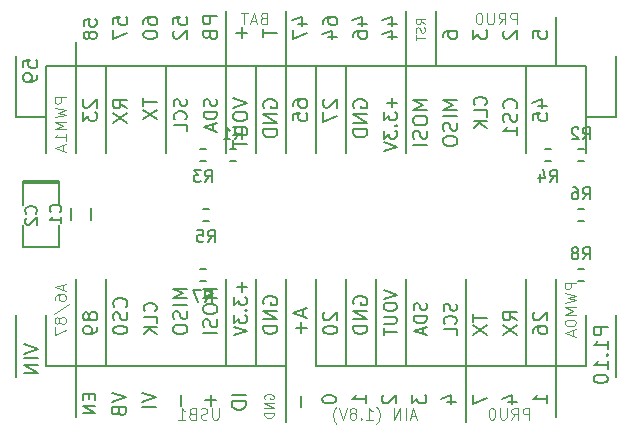
<source format=gbo>
G04 #@! TF.FileFunction,Legend,Bot*
%FSLAX46Y46*%
G04 Gerber Fmt 4.6, Leading zero omitted, Abs format (unit mm)*
G04 Created by KiCad (PCBNEW 4.0.5+dfsg1-4) date Sun Nov 25 11:48:41 2018*
%MOMM*%
%LPD*%
G01*
G04 APERTURE LIST*
%ADD10C,0.100000*%
%ADD11C,0.152400*%
%ADD12C,0.150000*%
%ADD13C,0.137160*%
%ADD14C,0.121920*%
%ADD15C,0.097536*%
G04 APERTURE END LIST*
D10*
D11*
X141485898Y-94983905D02*
X142692398Y-95386071D01*
X141485898Y-95788238D01*
X141485898Y-96420214D02*
X141485898Y-96650024D01*
X141543350Y-96764929D01*
X141658255Y-96879833D01*
X141888064Y-96937286D01*
X142290231Y-96937286D01*
X142520040Y-96879833D01*
X142634945Y-96764929D01*
X142692398Y-96650024D01*
X142692398Y-96420214D01*
X142634945Y-96305310D01*
X142520040Y-96190405D01*
X142290231Y-96132953D01*
X141888064Y-96132953D01*
X141658255Y-96190405D01*
X141543350Y-96305310D01*
X141485898Y-96420214D01*
X141485898Y-97454357D02*
X142462588Y-97454357D01*
X142577493Y-97511809D01*
X142634945Y-97569262D01*
X142692398Y-97684166D01*
X142692398Y-97913976D01*
X142634945Y-98028881D01*
X142577493Y-98086333D01*
X142462588Y-98143785D01*
X141485898Y-98143785D01*
X141485898Y-98545952D02*
X141485898Y-99235380D01*
X142692398Y-98890666D02*
X141485898Y-98890666D01*
X144083350Y-95788238D02*
X144025898Y-95673333D01*
X144025898Y-95500976D01*
X144083350Y-95328619D01*
X144198255Y-95213714D01*
X144313160Y-95156262D01*
X144542969Y-95098810D01*
X144715326Y-95098810D01*
X144945136Y-95156262D01*
X145060040Y-95213714D01*
X145174945Y-95328619D01*
X145232398Y-95500976D01*
X145232398Y-95615881D01*
X145174945Y-95788238D01*
X145117493Y-95845690D01*
X144715326Y-95845690D01*
X144715326Y-95615881D01*
X145232398Y-96362762D02*
X144025898Y-96362762D01*
X145232398Y-97052190D01*
X144025898Y-97052190D01*
X145232398Y-97626714D02*
X144025898Y-97626714D01*
X144025898Y-97913976D01*
X144083350Y-98086333D01*
X144198255Y-98201238D01*
X144313160Y-98258690D01*
X144542969Y-98316142D01*
X144715326Y-98316142D01*
X144945136Y-98258690D01*
X145060040Y-98201238D01*
X145174945Y-98086333D01*
X145232398Y-97913976D01*
X145232398Y-97626714D01*
X160472398Y-95156262D02*
X159265898Y-95156262D01*
X160127683Y-95558429D01*
X159265898Y-95960595D01*
X160472398Y-95960595D01*
X160472398Y-96535119D02*
X159265898Y-96535119D01*
X160414945Y-97052191D02*
X160472398Y-97224548D01*
X160472398Y-97511810D01*
X160414945Y-97626714D01*
X160357493Y-97684167D01*
X160242588Y-97741619D01*
X160127683Y-97741619D01*
X160012779Y-97684167D01*
X159955326Y-97626714D01*
X159897874Y-97511810D01*
X159840421Y-97282000D01*
X159782969Y-97167095D01*
X159725517Y-97109643D01*
X159610612Y-97052191D01*
X159495707Y-97052191D01*
X159380802Y-97109643D01*
X159323350Y-97167095D01*
X159265898Y-97282000D01*
X159265898Y-97569262D01*
X159323350Y-97741619D01*
X159265898Y-98488500D02*
X159265898Y-98718310D01*
X159323350Y-98833215D01*
X159438255Y-98948119D01*
X159668064Y-99005572D01*
X160070231Y-99005572D01*
X160300040Y-98948119D01*
X160414945Y-98833215D01*
X160472398Y-98718310D01*
X160472398Y-98488500D01*
X160414945Y-98373596D01*
X160300040Y-98258691D01*
X160070231Y-98201239D01*
X159668064Y-98201239D01*
X159438255Y-98258691D01*
X159323350Y-98373596D01*
X159265898Y-98488500D01*
D12*
X156129300Y-92303000D02*
X156129300Y-99669000D01*
D13*
X154924161Y-94949136D02*
X154924161Y-95776450D01*
X155337818Y-95362793D02*
X154510504Y-95362793D01*
X154251968Y-96190107D02*
X154251968Y-96862300D01*
X154665625Y-96500350D01*
X154665625Y-96655472D01*
X154717332Y-96758886D01*
X154769039Y-96810593D01*
X154872454Y-96862300D01*
X155130989Y-96862300D01*
X155234404Y-96810593D01*
X155286111Y-96758886D01*
X155337818Y-96655472D01*
X155337818Y-96345229D01*
X155286111Y-96241815D01*
X155234404Y-96190107D01*
X155234404Y-97327665D02*
X155286111Y-97379372D01*
X155337818Y-97327665D01*
X155286111Y-97275958D01*
X155234404Y-97327665D01*
X155337818Y-97327665D01*
X154251968Y-97741321D02*
X154251968Y-98413514D01*
X154665625Y-98051564D01*
X154665625Y-98206686D01*
X154717332Y-98310100D01*
X154769039Y-98361807D01*
X154872454Y-98413514D01*
X155130989Y-98413514D01*
X155234404Y-98361807D01*
X155286111Y-98310100D01*
X155337818Y-98206686D01*
X155337818Y-97896443D01*
X155286111Y-97793029D01*
X155234404Y-97741321D01*
X154251968Y-98723757D02*
X155337818Y-99085707D01*
X154251968Y-99447657D01*
D11*
X165437493Y-95845690D02*
X165494945Y-95788238D01*
X165552398Y-95615881D01*
X165552398Y-95500976D01*
X165494945Y-95328619D01*
X165380040Y-95213714D01*
X165265136Y-95156262D01*
X165035326Y-95098810D01*
X164862969Y-95098810D01*
X164633160Y-95156262D01*
X164518255Y-95213714D01*
X164403350Y-95328619D01*
X164345898Y-95500976D01*
X164345898Y-95615881D01*
X164403350Y-95788238D01*
X164460802Y-95845690D01*
X165494945Y-96305310D02*
X165552398Y-96477667D01*
X165552398Y-96764929D01*
X165494945Y-96879833D01*
X165437493Y-96937286D01*
X165322588Y-96994738D01*
X165207683Y-96994738D01*
X165092779Y-96937286D01*
X165035326Y-96879833D01*
X164977874Y-96764929D01*
X164920421Y-96535119D01*
X164862969Y-96420214D01*
X164805517Y-96362762D01*
X164690612Y-96305310D01*
X164575707Y-96305310D01*
X164460802Y-96362762D01*
X164403350Y-96420214D01*
X164345898Y-96535119D01*
X164345898Y-96822381D01*
X164403350Y-96994738D01*
X165552398Y-98143786D02*
X165552398Y-97454358D01*
X165552398Y-97799072D02*
X164345898Y-97799072D01*
X164518255Y-97684167D01*
X164633160Y-97569262D01*
X164690612Y-97454358D01*
D13*
X162854404Y-95569621D02*
X162906111Y-95517914D01*
X162957818Y-95362793D01*
X162957818Y-95259379D01*
X162906111Y-95104257D01*
X162802696Y-95000843D01*
X162699282Y-94949136D01*
X162492454Y-94897429D01*
X162337332Y-94897429D01*
X162130504Y-94949136D01*
X162027089Y-95000843D01*
X161923675Y-95104257D01*
X161871968Y-95259379D01*
X161871968Y-95362793D01*
X161923675Y-95517914D01*
X161975382Y-95569621D01*
X162957818Y-96552057D02*
X162957818Y-96034986D01*
X161871968Y-96034986D01*
X162957818Y-96914007D02*
X161871968Y-96914007D01*
X162957818Y-97534492D02*
X162337332Y-97069128D01*
X161871968Y-97534492D02*
X162492454Y-96914007D01*
D11*
X133865898Y-94983905D02*
X133865898Y-95673333D01*
X135072398Y-95328619D02*
X133865898Y-95328619D01*
X133865898Y-95960595D02*
X135072398Y-96764928D01*
X133865898Y-96764928D02*
X135072398Y-95960595D01*
D12*
X145969300Y-117703000D02*
X143429300Y-117703000D01*
X143429300Y-117703000D02*
X140889300Y-117703000D01*
X140889300Y-117703000D02*
X130729300Y-117703000D01*
X130729300Y-117703000D02*
X128189300Y-117703000D01*
X148509300Y-117703000D02*
X148509300Y-110337000D01*
X148509300Y-117703000D02*
X151049300Y-117703000D01*
X151049300Y-117703000D02*
X153589300Y-117703000D01*
X153589300Y-117703000D02*
X156129300Y-117703000D01*
X156129300Y-117703000D02*
X161209300Y-117703000D01*
X161209300Y-117703000D02*
X166289300Y-117703000D01*
X166289300Y-117703000D02*
X168829300Y-117703000D01*
X145969300Y-92303000D02*
X143429300Y-92303000D01*
X143429300Y-92303000D02*
X140889300Y-92303000D01*
X140889300Y-92303000D02*
X135809300Y-92303000D01*
X135809300Y-92303000D02*
X130729300Y-92303000D01*
X145969300Y-92303000D02*
X148509300Y-92303000D01*
X148509300Y-92303000D02*
X151049300Y-92303000D01*
X151049300Y-92303000D02*
X153589300Y-92303000D01*
X153589300Y-92303000D02*
X156129300Y-92303000D01*
X156129300Y-92303000D02*
X158669300Y-92303000D01*
X158669300Y-92303000D02*
X166289300Y-92303000D01*
X166289300Y-92303000D02*
X168829300Y-92303000D01*
X128189300Y-117703000D02*
X128189300Y-121995600D01*
X145969300Y-117703000D02*
X145969300Y-122376600D01*
X161209300Y-117703000D02*
X161209300Y-122376600D01*
X168829300Y-117703000D02*
X168829300Y-121995600D01*
X166289300Y-117703000D02*
X166289300Y-110337000D01*
X161209300Y-117703000D02*
X161209300Y-110337000D01*
X156129300Y-117703000D02*
X156129300Y-110337000D01*
X145969300Y-117703000D02*
X145969300Y-110337000D01*
X130729300Y-117703000D02*
X130729300Y-110337000D01*
X130729300Y-92303000D02*
X130729300Y-99669000D01*
X135809300Y-92303000D02*
X135809300Y-99669000D01*
X140889300Y-92303000D02*
X140889300Y-99669000D01*
X145969300Y-92303000D02*
X145969300Y-99669000D01*
X140889300Y-92303000D02*
X140889300Y-87604000D01*
X145969300Y-92303000D02*
X145969300Y-87604000D01*
X168829300Y-92303000D02*
X168829300Y-88112000D01*
X158669300Y-92303000D02*
X158669300Y-87604000D01*
X166289300Y-92303000D02*
X166289300Y-99669000D01*
X151049300Y-117703000D02*
X151049300Y-110337000D01*
X151049300Y-92303000D02*
X151049300Y-99669000D01*
D14*
X156988666Y-121927867D02*
X156529047Y-121927867D01*
X157080590Y-122203638D02*
X156758857Y-121238438D01*
X156437124Y-122203638D01*
X156115390Y-122203638D02*
X156115390Y-121238438D01*
X155655771Y-122203638D02*
X155655771Y-121238438D01*
X155104229Y-122203638D01*
X155104229Y-121238438D01*
X153633448Y-122571333D02*
X153679410Y-122525371D01*
X153771334Y-122387486D01*
X153817296Y-122295562D01*
X153863258Y-122157676D01*
X153909219Y-121927867D01*
X153909219Y-121744019D01*
X153863258Y-121514210D01*
X153817296Y-121376324D01*
X153771334Y-121284400D01*
X153679410Y-121146514D01*
X153633448Y-121100552D01*
X152760172Y-122203638D02*
X153311714Y-122203638D01*
X153035943Y-122203638D02*
X153035943Y-121238438D01*
X153127867Y-121376324D01*
X153219791Y-121468248D01*
X153311714Y-121514210D01*
X152346514Y-122111714D02*
X152300553Y-122157676D01*
X152346514Y-122203638D01*
X152392476Y-122157676D01*
X152346514Y-122111714D01*
X152346514Y-122203638D01*
X151749010Y-121652095D02*
X151840934Y-121606133D01*
X151886895Y-121560171D01*
X151932857Y-121468248D01*
X151932857Y-121422286D01*
X151886895Y-121330362D01*
X151840934Y-121284400D01*
X151749010Y-121238438D01*
X151565162Y-121238438D01*
X151473238Y-121284400D01*
X151427276Y-121330362D01*
X151381315Y-121422286D01*
X151381315Y-121468248D01*
X151427276Y-121560171D01*
X151473238Y-121606133D01*
X151565162Y-121652095D01*
X151749010Y-121652095D01*
X151840934Y-121698057D01*
X151886895Y-121744019D01*
X151932857Y-121835943D01*
X151932857Y-122019790D01*
X151886895Y-122111714D01*
X151840934Y-122157676D01*
X151749010Y-122203638D01*
X151565162Y-122203638D01*
X151473238Y-122157676D01*
X151427276Y-122111714D01*
X151381315Y-122019790D01*
X151381315Y-121835943D01*
X151427276Y-121744019D01*
X151473238Y-121698057D01*
X151565162Y-121652095D01*
X151105543Y-121238438D02*
X150783810Y-122203638D01*
X150462077Y-121238438D01*
X150232267Y-122571333D02*
X150186305Y-122525371D01*
X150094382Y-122387486D01*
X150048420Y-122295562D01*
X150002458Y-122157676D01*
X149956496Y-121927867D01*
X149956496Y-121744019D01*
X150002458Y-121514210D01*
X150048420Y-121376324D01*
X150094382Y-121284400D01*
X150186305Y-121146514D01*
X150232267Y-121100552D01*
D15*
X157735910Y-88711320D02*
X157368215Y-88453933D01*
X157735910Y-88270086D02*
X156963750Y-88270086D01*
X156963750Y-88564242D01*
X157000520Y-88637781D01*
X157037290Y-88674550D01*
X157110829Y-88711320D01*
X157221137Y-88711320D01*
X157294676Y-88674550D01*
X157331446Y-88637781D01*
X157368215Y-88564242D01*
X157368215Y-88270086D01*
X157699141Y-89005476D02*
X157735910Y-89115785D01*
X157735910Y-89299632D01*
X157699141Y-89373171D01*
X157662371Y-89409941D01*
X157588832Y-89446710D01*
X157515293Y-89446710D01*
X157441754Y-89409941D01*
X157404985Y-89373171D01*
X157368215Y-89299632D01*
X157331446Y-89152554D01*
X157294676Y-89079015D01*
X157257907Y-89042246D01*
X157184368Y-89005476D01*
X157110829Y-89005476D01*
X157037290Y-89042246D01*
X157000520Y-89079015D01*
X156963750Y-89152554D01*
X156963750Y-89336402D01*
X157000520Y-89446710D01*
X156963750Y-89667327D02*
X156963750Y-90108561D01*
X157735910Y-89887944D02*
X156963750Y-89887944D01*
D11*
X147394083Y-112890905D02*
X147394083Y-113465428D01*
X147738798Y-112776000D02*
X146532298Y-113178166D01*
X147738798Y-113580333D01*
X147279179Y-113982500D02*
X147279179Y-114901738D01*
X147738798Y-114442119D02*
X146819560Y-114442119D01*
X149220802Y-113120714D02*
X149163350Y-113178166D01*
X149105898Y-113293071D01*
X149105898Y-113580333D01*
X149163350Y-113695237D01*
X149220802Y-113752690D01*
X149335707Y-113810142D01*
X149450612Y-113810142D01*
X149622969Y-113752690D01*
X150312398Y-113063261D01*
X150312398Y-113810142D01*
X149105898Y-114557023D02*
X149105898Y-114671928D01*
X149163350Y-114786833D01*
X149220802Y-114844285D01*
X149335707Y-114901738D01*
X149565517Y-114959190D01*
X149852779Y-114959190D01*
X150082588Y-114901738D01*
X150197493Y-114844285D01*
X150254945Y-114786833D01*
X150312398Y-114671928D01*
X150312398Y-114557023D01*
X150254945Y-114442119D01*
X150197493Y-114384666D01*
X150082588Y-114327214D01*
X149852779Y-114269762D01*
X149565517Y-114269762D01*
X149335707Y-114327214D01*
X149220802Y-114384666D01*
X149163350Y-114442119D01*
X149105898Y-114557023D01*
X151703350Y-112431286D02*
X151645898Y-112316381D01*
X151645898Y-112144024D01*
X151703350Y-111971667D01*
X151818255Y-111856762D01*
X151933160Y-111799310D01*
X152162969Y-111741858D01*
X152335326Y-111741858D01*
X152565136Y-111799310D01*
X152680040Y-111856762D01*
X152794945Y-111971667D01*
X152852398Y-112144024D01*
X152852398Y-112258929D01*
X152794945Y-112431286D01*
X152737493Y-112488738D01*
X152335326Y-112488738D01*
X152335326Y-112258929D01*
X152852398Y-113005810D02*
X151645898Y-113005810D01*
X152852398Y-113695238D01*
X151645898Y-113695238D01*
X152852398Y-114269762D02*
X151645898Y-114269762D01*
X151645898Y-114557024D01*
X151703350Y-114729381D01*
X151818255Y-114844286D01*
X151933160Y-114901738D01*
X152162969Y-114959190D01*
X152335326Y-114959190D01*
X152565136Y-114901738D01*
X152680040Y-114844286D01*
X152794945Y-114729381D01*
X152852398Y-114557024D01*
X152852398Y-114269762D01*
D13*
X154251968Y-111259257D02*
X155337818Y-111621207D01*
X154251968Y-111983157D01*
X154251968Y-112551936D02*
X154251968Y-112758765D01*
X154303675Y-112862179D01*
X154407089Y-112965593D01*
X154613918Y-113017301D01*
X154975868Y-113017301D01*
X155182696Y-112965593D01*
X155286111Y-112862179D01*
X155337818Y-112758765D01*
X155337818Y-112551936D01*
X155286111Y-112448522D01*
X155182696Y-112345108D01*
X154975868Y-112293401D01*
X154613918Y-112293401D01*
X154407089Y-112345108D01*
X154303675Y-112448522D01*
X154251968Y-112551936D01*
X154251968Y-113482665D02*
X155130989Y-113482665D01*
X155234404Y-113534372D01*
X155286111Y-113586079D01*
X155337818Y-113689493D01*
X155337818Y-113896322D01*
X155286111Y-113999736D01*
X155234404Y-114051443D01*
X155130989Y-114103150D01*
X154251968Y-114103150D01*
X154251968Y-114465100D02*
X154251968Y-115085586D01*
X155337818Y-114775343D02*
X154251968Y-114775343D01*
X157826111Y-112345107D02*
X157877818Y-112500228D01*
X157877818Y-112758764D01*
X157826111Y-112862178D01*
X157774404Y-112913885D01*
X157670989Y-112965592D01*
X157567575Y-112965592D01*
X157464161Y-112913885D01*
X157412454Y-112862178D01*
X157360746Y-112758764D01*
X157309039Y-112551935D01*
X157257332Y-112448521D01*
X157205625Y-112396814D01*
X157102211Y-112345107D01*
X156998796Y-112345107D01*
X156895382Y-112396814D01*
X156843675Y-112448521D01*
X156791968Y-112551935D01*
X156791968Y-112810471D01*
X156843675Y-112965592D01*
X157877818Y-113430957D02*
X156791968Y-113430957D01*
X156791968Y-113689492D01*
X156843675Y-113844614D01*
X156947089Y-113948028D01*
X157050504Y-113999735D01*
X157257332Y-114051442D01*
X157412454Y-114051442D01*
X157619282Y-113999735D01*
X157722696Y-113948028D01*
X157826111Y-113844614D01*
X157877818Y-113689492D01*
X157877818Y-113430957D01*
X157567575Y-114465100D02*
X157567575Y-114982171D01*
X157877818Y-114361685D02*
X156791968Y-114723635D01*
X157877818Y-115085585D01*
X160366111Y-112396815D02*
X160417818Y-112551936D01*
X160417818Y-112810472D01*
X160366111Y-112913886D01*
X160314404Y-112965593D01*
X160210989Y-113017300D01*
X160107575Y-113017300D01*
X160004161Y-112965593D01*
X159952454Y-112913886D01*
X159900746Y-112810472D01*
X159849039Y-112603643D01*
X159797332Y-112500229D01*
X159745625Y-112448522D01*
X159642211Y-112396815D01*
X159538796Y-112396815D01*
X159435382Y-112448522D01*
X159383675Y-112500229D01*
X159331968Y-112603643D01*
X159331968Y-112862179D01*
X159383675Y-113017300D01*
X160314404Y-114103150D02*
X160366111Y-114051443D01*
X160417818Y-113896322D01*
X160417818Y-113792908D01*
X160366111Y-113637786D01*
X160262696Y-113534372D01*
X160159282Y-113482665D01*
X159952454Y-113430958D01*
X159797332Y-113430958D01*
X159590504Y-113482665D01*
X159487089Y-113534372D01*
X159383675Y-113637786D01*
X159331968Y-113792908D01*
X159331968Y-113896322D01*
X159383675Y-114051443D01*
X159435382Y-114103150D01*
X160417818Y-115085586D02*
X160417818Y-114568515D01*
X159331968Y-114568515D01*
D11*
X161805898Y-113235619D02*
X161805898Y-113925047D01*
X163012398Y-113580333D02*
X161805898Y-113580333D01*
X161805898Y-114212309D02*
X163012398Y-115016642D01*
X161805898Y-115016642D02*
X163012398Y-114212309D01*
X165552398Y-113810142D02*
X164977874Y-113407976D01*
X165552398Y-113120714D02*
X164345898Y-113120714D01*
X164345898Y-113580333D01*
X164403350Y-113695238D01*
X164460802Y-113752690D01*
X164575707Y-113810142D01*
X164748064Y-113810142D01*
X164862969Y-113752690D01*
X164920421Y-113695238D01*
X164977874Y-113580333D01*
X164977874Y-113120714D01*
X164345898Y-114212309D02*
X165552398Y-115016642D01*
X164345898Y-115016642D02*
X165552398Y-114212309D01*
X167000802Y-113120714D02*
X166943350Y-113178166D01*
X166885898Y-113293071D01*
X166885898Y-113580333D01*
X166943350Y-113695237D01*
X167000802Y-113752690D01*
X167115707Y-113810142D01*
X167230612Y-113810142D01*
X167402969Y-113752690D01*
X168092398Y-113063261D01*
X168092398Y-113810142D01*
X166885898Y-114844285D02*
X166885898Y-114614476D01*
X166943350Y-114499571D01*
X167000802Y-114442119D01*
X167173160Y-114327214D01*
X167402969Y-114269762D01*
X167862588Y-114269762D01*
X167977493Y-114327214D01*
X168034945Y-114384666D01*
X168092398Y-114499571D01*
X168092398Y-114729381D01*
X168034945Y-114844285D01*
X167977493Y-114901738D01*
X167862588Y-114959190D01*
X167575326Y-114959190D01*
X167460421Y-114901738D01*
X167402969Y-114844285D01*
X167345517Y-114729381D01*
X167345517Y-114499571D01*
X167402969Y-114384666D01*
X167460421Y-114327214D01*
X167575326Y-114269762D01*
X144083350Y-112431286D02*
X144025898Y-112316381D01*
X144025898Y-112144024D01*
X144083350Y-111971667D01*
X144198255Y-111856762D01*
X144313160Y-111799310D01*
X144542969Y-111741858D01*
X144715326Y-111741858D01*
X144945136Y-111799310D01*
X145060040Y-111856762D01*
X145174945Y-111971667D01*
X145232398Y-112144024D01*
X145232398Y-112258929D01*
X145174945Y-112431286D01*
X145117493Y-112488738D01*
X144715326Y-112488738D01*
X144715326Y-112258929D01*
X145232398Y-113005810D02*
X144025898Y-113005810D01*
X145232398Y-113695238D01*
X144025898Y-113695238D01*
X145232398Y-114269762D02*
X144025898Y-114269762D01*
X144025898Y-114557024D01*
X144083350Y-114729381D01*
X144198255Y-114844286D01*
X144313160Y-114901738D01*
X144542969Y-114959190D01*
X144715326Y-114959190D01*
X144945136Y-114901738D01*
X145060040Y-114844286D01*
X145174945Y-114729381D01*
X145232398Y-114557024D01*
X145232398Y-114269762D01*
D13*
X142224161Y-110587064D02*
X142224161Y-111414378D01*
X142637818Y-111000721D02*
X141810504Y-111000721D01*
X141551968Y-111828035D02*
X141551968Y-112500228D01*
X141965625Y-112138278D01*
X141965625Y-112293400D01*
X142017332Y-112396814D01*
X142069039Y-112448521D01*
X142172454Y-112500228D01*
X142430989Y-112500228D01*
X142534404Y-112448521D01*
X142586111Y-112396814D01*
X142637818Y-112293400D01*
X142637818Y-111983157D01*
X142586111Y-111879743D01*
X142534404Y-111828035D01*
X142534404Y-112965593D02*
X142586111Y-113017300D01*
X142637818Y-112965593D01*
X142586111Y-112913886D01*
X142534404Y-112965593D01*
X142637818Y-112965593D01*
X141551968Y-113379249D02*
X141551968Y-114051442D01*
X141965625Y-113689492D01*
X141965625Y-113844614D01*
X142017332Y-113948028D01*
X142069039Y-113999735D01*
X142172454Y-114051442D01*
X142430989Y-114051442D01*
X142534404Y-113999735D01*
X142586111Y-113948028D01*
X142637818Y-113844614D01*
X142637818Y-113534371D01*
X142586111Y-113430957D01*
X142534404Y-113379249D01*
X141551968Y-114361685D02*
X142637818Y-114723635D01*
X141551968Y-115085585D01*
D11*
X140152398Y-111109881D02*
X138945898Y-111109881D01*
X139807683Y-111512048D01*
X138945898Y-111914214D01*
X140152398Y-111914214D01*
X138945898Y-112718547D02*
X138945898Y-112948357D01*
X139003350Y-113063262D01*
X139118255Y-113178166D01*
X139348064Y-113235619D01*
X139750231Y-113235619D01*
X139980040Y-113178166D01*
X140094945Y-113063262D01*
X140152398Y-112948357D01*
X140152398Y-112718547D01*
X140094945Y-112603643D01*
X139980040Y-112488738D01*
X139750231Y-112431286D01*
X139348064Y-112431286D01*
X139118255Y-112488738D01*
X139003350Y-112603643D01*
X138945898Y-112718547D01*
X140094945Y-113695238D02*
X140152398Y-113867595D01*
X140152398Y-114154857D01*
X140094945Y-114269761D01*
X140037493Y-114327214D01*
X139922588Y-114384666D01*
X139807683Y-114384666D01*
X139692779Y-114327214D01*
X139635326Y-114269761D01*
X139577874Y-114154857D01*
X139520421Y-113925047D01*
X139462969Y-113810142D01*
X139405517Y-113752690D01*
X139290612Y-113695238D01*
X139175707Y-113695238D01*
X139060802Y-113752690D01*
X139003350Y-113810142D01*
X138945898Y-113925047D01*
X138945898Y-114212309D01*
X139003350Y-114384666D01*
X140152398Y-114901738D02*
X138945898Y-114901738D01*
X137612398Y-111109881D02*
X136405898Y-111109881D01*
X137267683Y-111512048D01*
X136405898Y-111914214D01*
X137612398Y-111914214D01*
X137612398Y-112488738D02*
X136405898Y-112488738D01*
X137554945Y-113005810D02*
X137612398Y-113178167D01*
X137612398Y-113465429D01*
X137554945Y-113580333D01*
X137497493Y-113637786D01*
X137382588Y-113695238D01*
X137267683Y-113695238D01*
X137152779Y-113637786D01*
X137095326Y-113580333D01*
X137037874Y-113465429D01*
X136980421Y-113235619D01*
X136922969Y-113120714D01*
X136865517Y-113063262D01*
X136750612Y-113005810D01*
X136635707Y-113005810D01*
X136520802Y-113063262D01*
X136463350Y-113120714D01*
X136405898Y-113235619D01*
X136405898Y-113522881D01*
X136463350Y-113695238D01*
X136405898Y-114442119D02*
X136405898Y-114671929D01*
X136463350Y-114786834D01*
X136578255Y-114901738D01*
X136808064Y-114959191D01*
X137210231Y-114959191D01*
X137440040Y-114901738D01*
X137554945Y-114786834D01*
X137612398Y-114671929D01*
X137612398Y-114442119D01*
X137554945Y-114327215D01*
X137440040Y-114212310D01*
X137210231Y-114154858D01*
X136808064Y-114154858D01*
X136578255Y-114212310D01*
X136463350Y-114327215D01*
X136405898Y-114442119D01*
D13*
X134914404Y-113017300D02*
X134966111Y-112965593D01*
X135017818Y-112810472D01*
X135017818Y-112707058D01*
X134966111Y-112551936D01*
X134862696Y-112448522D01*
X134759282Y-112396815D01*
X134552454Y-112345108D01*
X134397332Y-112345108D01*
X134190504Y-112396815D01*
X134087089Y-112448522D01*
X133983675Y-112551936D01*
X133931968Y-112707058D01*
X133931968Y-112810472D01*
X133983675Y-112965593D01*
X134035382Y-113017300D01*
X135017818Y-113999736D02*
X135017818Y-113482665D01*
X133931968Y-113482665D01*
X135017818Y-114361686D02*
X133931968Y-114361686D01*
X135017818Y-114982171D02*
X134397332Y-114516807D01*
X133931968Y-114982171D02*
X134552454Y-114361686D01*
D11*
X132417493Y-112661094D02*
X132474945Y-112603642D01*
X132532398Y-112431285D01*
X132532398Y-112316380D01*
X132474945Y-112144023D01*
X132360040Y-112029118D01*
X132245136Y-111971666D01*
X132015326Y-111914214D01*
X131842969Y-111914214D01*
X131613160Y-111971666D01*
X131498255Y-112029118D01*
X131383350Y-112144023D01*
X131325898Y-112316380D01*
X131325898Y-112431285D01*
X131383350Y-112603642D01*
X131440802Y-112661094D01*
X132474945Y-113120714D02*
X132532398Y-113293071D01*
X132532398Y-113580333D01*
X132474945Y-113695237D01*
X132417493Y-113752690D01*
X132302588Y-113810142D01*
X132187683Y-113810142D01*
X132072779Y-113752690D01*
X132015326Y-113695237D01*
X131957874Y-113580333D01*
X131900421Y-113350523D01*
X131842969Y-113235618D01*
X131785517Y-113178166D01*
X131670612Y-113120714D01*
X131555707Y-113120714D01*
X131440802Y-113178166D01*
X131383350Y-113235618D01*
X131325898Y-113350523D01*
X131325898Y-113637785D01*
X131383350Y-113810142D01*
X131325898Y-114557023D02*
X131325898Y-114671928D01*
X131383350Y-114786833D01*
X131440802Y-114844285D01*
X131555707Y-114901738D01*
X131785517Y-114959190D01*
X132072779Y-114959190D01*
X132302588Y-114901738D01*
X132417493Y-114844285D01*
X132474945Y-114786833D01*
X132532398Y-114671928D01*
X132532398Y-114557023D01*
X132474945Y-114442119D01*
X132417493Y-114384666D01*
X132302588Y-114327214D01*
X132072779Y-114269762D01*
X131785517Y-114269762D01*
X131555707Y-114327214D01*
X131440802Y-114384666D01*
X131383350Y-114442119D01*
X131325898Y-114557023D01*
X129302969Y-113350523D02*
X129245517Y-113235618D01*
X129188064Y-113178166D01*
X129073160Y-113120714D01*
X129015707Y-113120714D01*
X128900802Y-113178166D01*
X128843350Y-113235618D01*
X128785898Y-113350523D01*
X128785898Y-113580333D01*
X128843350Y-113695237D01*
X128900802Y-113752690D01*
X129015707Y-113810142D01*
X129073160Y-113810142D01*
X129188064Y-113752690D01*
X129245517Y-113695237D01*
X129302969Y-113580333D01*
X129302969Y-113350523D01*
X129360421Y-113235618D01*
X129417874Y-113178166D01*
X129532779Y-113120714D01*
X129762588Y-113120714D01*
X129877493Y-113178166D01*
X129934945Y-113235618D01*
X129992398Y-113350523D01*
X129992398Y-113580333D01*
X129934945Y-113695237D01*
X129877493Y-113752690D01*
X129762588Y-113810142D01*
X129532779Y-113810142D01*
X129417874Y-113752690D01*
X129360421Y-113695237D01*
X129302969Y-113580333D01*
X129992398Y-114384666D02*
X129992398Y-114614476D01*
X129934945Y-114729381D01*
X129877493Y-114786833D01*
X129705136Y-114901738D01*
X129475326Y-114959190D01*
X129015707Y-114959190D01*
X128900802Y-114901738D01*
X128843350Y-114844285D01*
X128785898Y-114729381D01*
X128785898Y-114499571D01*
X128843350Y-114384666D01*
X128900802Y-114327214D01*
X129015707Y-114269762D01*
X129302969Y-114269762D01*
X129417874Y-114327214D01*
X129475326Y-114384666D01*
X129532779Y-114499571D01*
X129532779Y-114729381D01*
X129475326Y-114844285D01*
X129417874Y-114901738D01*
X129302969Y-114959190D01*
D14*
X127067467Y-110776658D02*
X127067467Y-111236277D01*
X127343238Y-110684734D02*
X126378038Y-111006467D01*
X127343238Y-111328200D01*
X126378038Y-112063591D02*
X126378038Y-111879743D01*
X126424000Y-111787819D01*
X126469962Y-111741857D01*
X126607848Y-111649934D01*
X126791695Y-111603972D01*
X127159390Y-111603972D01*
X127251314Y-111649934D01*
X127297276Y-111695895D01*
X127343238Y-111787819D01*
X127343238Y-111971667D01*
X127297276Y-112063591D01*
X127251314Y-112109553D01*
X127159390Y-112155514D01*
X126929581Y-112155514D01*
X126837657Y-112109553D01*
X126791695Y-112063591D01*
X126745733Y-111971667D01*
X126745733Y-111787819D01*
X126791695Y-111695895D01*
X126837657Y-111649934D01*
X126929581Y-111603972D01*
X126332076Y-113258600D02*
X127573048Y-112431286D01*
X126791695Y-113718219D02*
X126745733Y-113626295D01*
X126699771Y-113580334D01*
X126607848Y-113534372D01*
X126561886Y-113534372D01*
X126469962Y-113580334D01*
X126424000Y-113626295D01*
X126378038Y-113718219D01*
X126378038Y-113902067D01*
X126424000Y-113993991D01*
X126469962Y-114039953D01*
X126561886Y-114085914D01*
X126607848Y-114085914D01*
X126699771Y-114039953D01*
X126745733Y-113993991D01*
X126791695Y-113902067D01*
X126791695Y-113718219D01*
X126837657Y-113626295D01*
X126883619Y-113580334D01*
X126975543Y-113534372D01*
X127159390Y-113534372D01*
X127251314Y-113580334D01*
X127297276Y-113626295D01*
X127343238Y-113718219D01*
X127343238Y-113902067D01*
X127297276Y-113993991D01*
X127251314Y-114039953D01*
X127159390Y-114085914D01*
X126975543Y-114085914D01*
X126883619Y-114039953D01*
X126837657Y-113993991D01*
X126791695Y-113902067D01*
X126378038Y-114407648D02*
X126378038Y-115051114D01*
X127343238Y-114637457D01*
D11*
X154588064Y-88688337D02*
X155392398Y-88688337D01*
X154128445Y-88401075D02*
X154990231Y-88113814D01*
X154990231Y-88860694D01*
X154588064Y-89837385D02*
X155392398Y-89837385D01*
X154128445Y-89550123D02*
X154990231Y-89262862D01*
X154990231Y-90009742D01*
X152048064Y-88688337D02*
X152852398Y-88688337D01*
X151588445Y-88401075D02*
X152450231Y-88113814D01*
X152450231Y-88860694D01*
X151645898Y-89837385D02*
X151645898Y-89607576D01*
X151703350Y-89492671D01*
X151760802Y-89435219D01*
X151933160Y-89320314D01*
X152162969Y-89262862D01*
X152622588Y-89262862D01*
X152737493Y-89320314D01*
X152794945Y-89377766D01*
X152852398Y-89492671D01*
X152852398Y-89722481D01*
X152794945Y-89837385D01*
X152737493Y-89894838D01*
X152622588Y-89952290D01*
X152335326Y-89952290D01*
X152220421Y-89894838D01*
X152162969Y-89837385D01*
X152105517Y-89722481D01*
X152105517Y-89492671D01*
X152162969Y-89377766D01*
X152220421Y-89320314D01*
X152335326Y-89262862D01*
X149105898Y-88688337D02*
X149105898Y-88458528D01*
X149163350Y-88343623D01*
X149220802Y-88286171D01*
X149393160Y-88171266D01*
X149622969Y-88113814D01*
X150082588Y-88113814D01*
X150197493Y-88171266D01*
X150254945Y-88228718D01*
X150312398Y-88343623D01*
X150312398Y-88573433D01*
X150254945Y-88688337D01*
X150197493Y-88745790D01*
X150082588Y-88803242D01*
X149795326Y-88803242D01*
X149680421Y-88745790D01*
X149622969Y-88688337D01*
X149565517Y-88573433D01*
X149565517Y-88343623D01*
X149622969Y-88228718D01*
X149680421Y-88171266D01*
X149795326Y-88113814D01*
X149508064Y-89837385D02*
X150312398Y-89837385D01*
X149048445Y-89550123D02*
X149910231Y-89262862D01*
X149910231Y-90009742D01*
X146968064Y-88688337D02*
X147772398Y-88688337D01*
X146508445Y-88401075D02*
X147370231Y-88113814D01*
X147370231Y-88860694D01*
X146565898Y-89205409D02*
X146565898Y-90009742D01*
X147772398Y-89492671D01*
X143992298Y-89111667D02*
X143992298Y-89801095D01*
X145198798Y-89456381D02*
X143992298Y-89456381D01*
X142232779Y-88975600D02*
X142232779Y-89894838D01*
X142692398Y-89435219D02*
X141773160Y-89435219D01*
X140152398Y-88056362D02*
X138945898Y-88056362D01*
X138945898Y-88515981D01*
X139003350Y-88630886D01*
X139060802Y-88688338D01*
X139175707Y-88745790D01*
X139348064Y-88745790D01*
X139462969Y-88688338D01*
X139520421Y-88630886D01*
X139577874Y-88515981D01*
X139577874Y-88056362D01*
X139520421Y-89665029D02*
X139577874Y-89837386D01*
X139635326Y-89894838D01*
X139750231Y-89952290D01*
X139922588Y-89952290D01*
X140037493Y-89894838D01*
X140094945Y-89837386D01*
X140152398Y-89722481D01*
X140152398Y-89262862D01*
X138945898Y-89262862D01*
X138945898Y-89665029D01*
X139003350Y-89779933D01*
X139060802Y-89837386D01*
X139175707Y-89894838D01*
X139290612Y-89894838D01*
X139405517Y-89837386D01*
X139462969Y-89779933D01*
X139520421Y-89665029D01*
X139520421Y-89262862D01*
X136405898Y-88745790D02*
X136405898Y-88171266D01*
X136980421Y-88113814D01*
X136922969Y-88171266D01*
X136865517Y-88286171D01*
X136865517Y-88573433D01*
X136922969Y-88688337D01*
X136980421Y-88745790D01*
X137095326Y-88803242D01*
X137382588Y-88803242D01*
X137497493Y-88745790D01*
X137554945Y-88688337D01*
X137612398Y-88573433D01*
X137612398Y-88286171D01*
X137554945Y-88171266D01*
X137497493Y-88113814D01*
X136520802Y-89262862D02*
X136463350Y-89320314D01*
X136405898Y-89435219D01*
X136405898Y-89722481D01*
X136463350Y-89837385D01*
X136520802Y-89894838D01*
X136635707Y-89952290D01*
X136750612Y-89952290D01*
X136922969Y-89894838D01*
X137612398Y-89205409D01*
X137612398Y-89952290D01*
X133865898Y-88688337D02*
X133865898Y-88458528D01*
X133923350Y-88343623D01*
X133980802Y-88286171D01*
X134153160Y-88171266D01*
X134382969Y-88113814D01*
X134842588Y-88113814D01*
X134957493Y-88171266D01*
X135014945Y-88228718D01*
X135072398Y-88343623D01*
X135072398Y-88573433D01*
X135014945Y-88688337D01*
X134957493Y-88745790D01*
X134842588Y-88803242D01*
X134555326Y-88803242D01*
X134440421Y-88745790D01*
X134382969Y-88688337D01*
X134325517Y-88573433D01*
X134325517Y-88343623D01*
X134382969Y-88228718D01*
X134440421Y-88171266D01*
X134555326Y-88113814D01*
X133865898Y-89550123D02*
X133865898Y-89665028D01*
X133923350Y-89779933D01*
X133980802Y-89837385D01*
X134095707Y-89894838D01*
X134325517Y-89952290D01*
X134612779Y-89952290D01*
X134842588Y-89894838D01*
X134957493Y-89837385D01*
X135014945Y-89779933D01*
X135072398Y-89665028D01*
X135072398Y-89550123D01*
X135014945Y-89435219D01*
X134957493Y-89377766D01*
X134842588Y-89320314D01*
X134612779Y-89262862D01*
X134325517Y-89262862D01*
X134095707Y-89320314D01*
X133980802Y-89377766D01*
X133923350Y-89435219D01*
X133865898Y-89550123D01*
X131325898Y-88745790D02*
X131325898Y-88171266D01*
X131900421Y-88113814D01*
X131842969Y-88171266D01*
X131785517Y-88286171D01*
X131785517Y-88573433D01*
X131842969Y-88688337D01*
X131900421Y-88745790D01*
X132015326Y-88803242D01*
X132302588Y-88803242D01*
X132417493Y-88745790D01*
X132474945Y-88688337D01*
X132532398Y-88573433D01*
X132532398Y-88286171D01*
X132474945Y-88171266D01*
X132417493Y-88113814D01*
X131325898Y-89205409D02*
X131325898Y-90009742D01*
X132532398Y-89492671D01*
D13*
X128851968Y-88889421D02*
X128851968Y-88372350D01*
X129369039Y-88320643D01*
X129317332Y-88372350D01*
X129265625Y-88475764D01*
X129265625Y-88734300D01*
X129317332Y-88837714D01*
X129369039Y-88889421D01*
X129472454Y-88941128D01*
X129730989Y-88941128D01*
X129834404Y-88889421D01*
X129886111Y-88837714D01*
X129937818Y-88734300D01*
X129937818Y-88475764D01*
X129886111Y-88372350D01*
X129834404Y-88320643D01*
X129317332Y-89561614D02*
X129265625Y-89458200D01*
X129213918Y-89406493D01*
X129110504Y-89354786D01*
X129058796Y-89354786D01*
X128955382Y-89406493D01*
X128903675Y-89458200D01*
X128851968Y-89561614D01*
X128851968Y-89768443D01*
X128903675Y-89871857D01*
X128955382Y-89923564D01*
X129058796Y-89975271D01*
X129110504Y-89975271D01*
X129213918Y-89923564D01*
X129265625Y-89871857D01*
X129317332Y-89768443D01*
X129317332Y-89561614D01*
X129369039Y-89458200D01*
X129420746Y-89406493D01*
X129524161Y-89354786D01*
X129730989Y-89354786D01*
X129834404Y-89406493D01*
X129886111Y-89458200D01*
X129937818Y-89561614D01*
X129937818Y-89768443D01*
X129886111Y-89871857D01*
X129834404Y-89923564D01*
X129730989Y-89975271D01*
X129524161Y-89975271D01*
X129420746Y-89923564D01*
X129369039Y-89871857D01*
X129317332Y-89768443D01*
D11*
X123705898Y-92377386D02*
X123705898Y-91802862D01*
X124280421Y-91745410D01*
X124222969Y-91802862D01*
X124165517Y-91917767D01*
X124165517Y-92205029D01*
X124222969Y-92319933D01*
X124280421Y-92377386D01*
X124395326Y-92434838D01*
X124682588Y-92434838D01*
X124797493Y-92377386D01*
X124854945Y-92319933D01*
X124912398Y-92205029D01*
X124912398Y-91917767D01*
X124854945Y-91802862D01*
X124797493Y-91745410D01*
X124912398Y-93009362D02*
X124912398Y-93239172D01*
X124854945Y-93354077D01*
X124797493Y-93411529D01*
X124625136Y-93526434D01*
X124395326Y-93583886D01*
X123935707Y-93583886D01*
X123820802Y-93526434D01*
X123763350Y-93468981D01*
X123705898Y-93354077D01*
X123705898Y-93124267D01*
X123763350Y-93009362D01*
X123820802Y-92951910D01*
X123935707Y-92894458D01*
X124222969Y-92894458D01*
X124337874Y-92951910D01*
X124395326Y-93009362D01*
X124452779Y-93124267D01*
X124452779Y-93354077D01*
X124395326Y-93468981D01*
X124337874Y-93526434D01*
X124222969Y-93583886D01*
X159265898Y-89837385D02*
X159265898Y-89607576D01*
X159323350Y-89492671D01*
X159380802Y-89435219D01*
X159553160Y-89320314D01*
X159782969Y-89262862D01*
X160242588Y-89262862D01*
X160357493Y-89320314D01*
X160414945Y-89377766D01*
X160472398Y-89492671D01*
X160472398Y-89722481D01*
X160414945Y-89837385D01*
X160357493Y-89894838D01*
X160242588Y-89952290D01*
X159955326Y-89952290D01*
X159840421Y-89894838D01*
X159782969Y-89837385D01*
X159725517Y-89722481D01*
X159725517Y-89492671D01*
X159782969Y-89377766D01*
X159840421Y-89320314D01*
X159955326Y-89262862D01*
X161805898Y-89205409D02*
X161805898Y-89952290D01*
X162265517Y-89550123D01*
X162265517Y-89722481D01*
X162322969Y-89837385D01*
X162380421Y-89894838D01*
X162495326Y-89952290D01*
X162782588Y-89952290D01*
X162897493Y-89894838D01*
X162954945Y-89837385D01*
X163012398Y-89722481D01*
X163012398Y-89377766D01*
X162954945Y-89262862D01*
X162897493Y-89205409D01*
X164460802Y-89262862D02*
X164403350Y-89320314D01*
X164345898Y-89435219D01*
X164345898Y-89722481D01*
X164403350Y-89837385D01*
X164460802Y-89894838D01*
X164575707Y-89952290D01*
X164690612Y-89952290D01*
X164862969Y-89894838D01*
X165552398Y-89205409D01*
X165552398Y-89952290D01*
X166885898Y-89894838D02*
X166885898Y-89320314D01*
X167460421Y-89262862D01*
X167402969Y-89320314D01*
X167345517Y-89435219D01*
X167345517Y-89722481D01*
X167402969Y-89837385D01*
X167460421Y-89894838D01*
X167575326Y-89952290D01*
X167862588Y-89952290D01*
X167977493Y-89894838D01*
X168034945Y-89837385D01*
X168092398Y-89722481D01*
X168092398Y-89435219D01*
X168034945Y-89320314D01*
X167977493Y-89262862D01*
D12*
X168829300Y-92303000D02*
X171369300Y-92303000D01*
D14*
X127343238Y-94920410D02*
X126378038Y-94920410D01*
X126378038Y-95288105D01*
X126424000Y-95380029D01*
X126469962Y-95425990D01*
X126561886Y-95471952D01*
X126699771Y-95471952D01*
X126791695Y-95425990D01*
X126837657Y-95380029D01*
X126883619Y-95288105D01*
X126883619Y-94920410D01*
X126378038Y-95793686D02*
X127343238Y-96023495D01*
X126653810Y-96207343D01*
X127343238Y-96391190D01*
X126378038Y-96621000D01*
X127343238Y-96988696D02*
X126378038Y-96988696D01*
X127067467Y-97310429D01*
X126378038Y-97632162D01*
X127343238Y-97632162D01*
X127343238Y-98597362D02*
X127343238Y-98045820D01*
X127343238Y-98321591D02*
X126378038Y-98321591D01*
X126515924Y-98229667D01*
X126607848Y-98137743D01*
X126653810Y-98045820D01*
X127067467Y-98965058D02*
X127067467Y-99424677D01*
X127343238Y-98873134D02*
X126378038Y-99194867D01*
X127343238Y-99516600D01*
D11*
X128867202Y-95098810D02*
X128809750Y-95156262D01*
X128752298Y-95271167D01*
X128752298Y-95558429D01*
X128809750Y-95673333D01*
X128867202Y-95730786D01*
X128982107Y-95788238D01*
X129097012Y-95788238D01*
X129269369Y-95730786D01*
X129958798Y-95041357D01*
X129958798Y-95788238D01*
X128752298Y-96190405D02*
X128752298Y-96937286D01*
X129211917Y-96535119D01*
X129211917Y-96707477D01*
X129269369Y-96822381D01*
X129326821Y-96879834D01*
X129441726Y-96937286D01*
X129728988Y-96937286D01*
X129843893Y-96879834D01*
X129901345Y-96822381D01*
X129958798Y-96707477D01*
X129958798Y-96362762D01*
X129901345Y-96247858D01*
X129843893Y-96190405D01*
X132532398Y-95845690D02*
X131957874Y-95443524D01*
X132532398Y-95156262D02*
X131325898Y-95156262D01*
X131325898Y-95615881D01*
X131383350Y-95730786D01*
X131440802Y-95788238D01*
X131555707Y-95845690D01*
X131728064Y-95845690D01*
X131842969Y-95788238D01*
X131900421Y-95730786D01*
X131957874Y-95615881D01*
X131957874Y-95156262D01*
X131325898Y-96247857D02*
X132532398Y-97052190D01*
X131325898Y-97052190D02*
X132532398Y-96247857D01*
D13*
X137506111Y-95075829D02*
X137557818Y-95230950D01*
X137557818Y-95489486D01*
X137506111Y-95592900D01*
X137454404Y-95644607D01*
X137350989Y-95696314D01*
X137247575Y-95696314D01*
X137144161Y-95644607D01*
X137092454Y-95592900D01*
X137040746Y-95489486D01*
X136989039Y-95282657D01*
X136937332Y-95179243D01*
X136885625Y-95127536D01*
X136782211Y-95075829D01*
X136678796Y-95075829D01*
X136575382Y-95127536D01*
X136523675Y-95179243D01*
X136471968Y-95282657D01*
X136471968Y-95541193D01*
X136523675Y-95696314D01*
X137454404Y-96782164D02*
X137506111Y-96730457D01*
X137557818Y-96575336D01*
X137557818Y-96471922D01*
X137506111Y-96316800D01*
X137402696Y-96213386D01*
X137299282Y-96161679D01*
X137092454Y-96109972D01*
X136937332Y-96109972D01*
X136730504Y-96161679D01*
X136627089Y-96213386D01*
X136523675Y-96316800D01*
X136471968Y-96471922D01*
X136471968Y-96575336D01*
X136523675Y-96730457D01*
X136575382Y-96782164D01*
X137557818Y-97764600D02*
X137557818Y-97247529D01*
X136471968Y-97247529D01*
X140046111Y-95075829D02*
X140097818Y-95230950D01*
X140097818Y-95489486D01*
X140046111Y-95592900D01*
X139994404Y-95644607D01*
X139890989Y-95696314D01*
X139787575Y-95696314D01*
X139684161Y-95644607D01*
X139632454Y-95592900D01*
X139580746Y-95489486D01*
X139529039Y-95282657D01*
X139477332Y-95179243D01*
X139425625Y-95127536D01*
X139322211Y-95075829D01*
X139218796Y-95075829D01*
X139115382Y-95127536D01*
X139063675Y-95179243D01*
X139011968Y-95282657D01*
X139011968Y-95541193D01*
X139063675Y-95696314D01*
X140097818Y-96161679D02*
X139011968Y-96161679D01*
X139011968Y-96420214D01*
X139063675Y-96575336D01*
X139167089Y-96678750D01*
X139270504Y-96730457D01*
X139477332Y-96782164D01*
X139632454Y-96782164D01*
X139839282Y-96730457D01*
X139942696Y-96678750D01*
X140046111Y-96575336D01*
X140097818Y-96420214D01*
X140097818Y-96161679D01*
X139787575Y-97195822D02*
X139787575Y-97712893D01*
X140097818Y-97092407D02*
X139011968Y-97454357D01*
X140097818Y-97816307D01*
D11*
X146565898Y-95673333D02*
X146565898Y-95443524D01*
X146623350Y-95328619D01*
X146680802Y-95271167D01*
X146853160Y-95156262D01*
X147082969Y-95098810D01*
X147542588Y-95098810D01*
X147657493Y-95156262D01*
X147714945Y-95213714D01*
X147772398Y-95328619D01*
X147772398Y-95558429D01*
X147714945Y-95673333D01*
X147657493Y-95730786D01*
X147542588Y-95788238D01*
X147255326Y-95788238D01*
X147140421Y-95730786D01*
X147082969Y-95673333D01*
X147025517Y-95558429D01*
X147025517Y-95328619D01*
X147082969Y-95213714D01*
X147140421Y-95156262D01*
X147255326Y-95098810D01*
X146565898Y-96879834D02*
X146565898Y-96305310D01*
X147140421Y-96247858D01*
X147082969Y-96305310D01*
X147025517Y-96420215D01*
X147025517Y-96707477D01*
X147082969Y-96822381D01*
X147140421Y-96879834D01*
X147255326Y-96937286D01*
X147542588Y-96937286D01*
X147657493Y-96879834D01*
X147714945Y-96822381D01*
X147772398Y-96707477D01*
X147772398Y-96420215D01*
X147714945Y-96305310D01*
X147657493Y-96247858D01*
X149220802Y-95098810D02*
X149163350Y-95156262D01*
X149105898Y-95271167D01*
X149105898Y-95558429D01*
X149163350Y-95673333D01*
X149220802Y-95730786D01*
X149335707Y-95788238D01*
X149450612Y-95788238D01*
X149622969Y-95730786D01*
X150312398Y-95041357D01*
X150312398Y-95788238D01*
X149105898Y-96190405D02*
X149105898Y-96994738D01*
X150312398Y-96477667D01*
X151703350Y-95788238D02*
X151645898Y-95673333D01*
X151645898Y-95500976D01*
X151703350Y-95328619D01*
X151818255Y-95213714D01*
X151933160Y-95156262D01*
X152162969Y-95098810D01*
X152335326Y-95098810D01*
X152565136Y-95156262D01*
X152680040Y-95213714D01*
X152794945Y-95328619D01*
X152852398Y-95500976D01*
X152852398Y-95615881D01*
X152794945Y-95788238D01*
X152737493Y-95845690D01*
X152335326Y-95845690D01*
X152335326Y-95615881D01*
X152852398Y-96362762D02*
X151645898Y-96362762D01*
X152852398Y-97052190D01*
X151645898Y-97052190D01*
X152852398Y-97626714D02*
X151645898Y-97626714D01*
X151645898Y-97913976D01*
X151703350Y-98086333D01*
X151818255Y-98201238D01*
X151933160Y-98258690D01*
X152162969Y-98316142D01*
X152335326Y-98316142D01*
X152565136Y-98258690D01*
X152680040Y-98201238D01*
X152794945Y-98086333D01*
X152852398Y-97913976D01*
X152852398Y-97626714D01*
X157932398Y-95156262D02*
X156725898Y-95156262D01*
X157587683Y-95558429D01*
X156725898Y-95960595D01*
X157932398Y-95960595D01*
X156725898Y-96764928D02*
X156725898Y-96994738D01*
X156783350Y-97109643D01*
X156898255Y-97224547D01*
X157128064Y-97282000D01*
X157530231Y-97282000D01*
X157760040Y-97224547D01*
X157874945Y-97109643D01*
X157932398Y-96994738D01*
X157932398Y-96764928D01*
X157874945Y-96650024D01*
X157760040Y-96535119D01*
X157530231Y-96477667D01*
X157128064Y-96477667D01*
X156898255Y-96535119D01*
X156783350Y-96650024D01*
X156725898Y-96764928D01*
X157874945Y-97741619D02*
X157932398Y-97913976D01*
X157932398Y-98201238D01*
X157874945Y-98316142D01*
X157817493Y-98373595D01*
X157702588Y-98431047D01*
X157587683Y-98431047D01*
X157472779Y-98373595D01*
X157415326Y-98316142D01*
X157357874Y-98201238D01*
X157300421Y-97971428D01*
X157242969Y-97856523D01*
X157185517Y-97799071D01*
X157070612Y-97741619D01*
X156955707Y-97741619D01*
X156840802Y-97799071D01*
X156783350Y-97856523D01*
X156725898Y-97971428D01*
X156725898Y-98258690D01*
X156783350Y-98431047D01*
X157932398Y-98948119D02*
X156725898Y-98948119D01*
X167288064Y-95673333D02*
X168092398Y-95673333D01*
X166828445Y-95386071D02*
X167690231Y-95098810D01*
X167690231Y-95845690D01*
X166885898Y-96879834D02*
X166885898Y-96305310D01*
X167460421Y-96247858D01*
X167402969Y-96305310D01*
X167345517Y-96420215D01*
X167345517Y-96707477D01*
X167402969Y-96822381D01*
X167460421Y-96879834D01*
X167575326Y-96937286D01*
X167862588Y-96937286D01*
X167977493Y-96879834D01*
X168034945Y-96822381D01*
X168092398Y-96707477D01*
X168092398Y-96420215D01*
X168034945Y-96305310D01*
X167977493Y-96247858D01*
D13*
X129267439Y-120069736D02*
X129267439Y-120431686D01*
X129836218Y-120586807D02*
X129836218Y-120069736D01*
X128750368Y-120069736D01*
X128750368Y-120586807D01*
X129836218Y-121052172D02*
X128750368Y-121052172D01*
X129836218Y-121672657D01*
X128750368Y-121672657D01*
D11*
X131224298Y-119926105D02*
X132430798Y-120328271D01*
X131224298Y-120730438D01*
X131798821Y-121534772D02*
X131856274Y-121707129D01*
X131913726Y-121764581D01*
X132028631Y-121822033D01*
X132200988Y-121822033D01*
X132315893Y-121764581D01*
X132373345Y-121707129D01*
X132430798Y-121592224D01*
X132430798Y-121132605D01*
X131224298Y-121132605D01*
X131224298Y-121534772D01*
X131281750Y-121649676D01*
X131339202Y-121707129D01*
X131454107Y-121764581D01*
X131569012Y-121764581D01*
X131683917Y-121707129D01*
X131741369Y-121649676D01*
X131798821Y-121534772D01*
X131798821Y-121132605D01*
X133764298Y-119926105D02*
X134970798Y-120328271D01*
X133764298Y-120730438D01*
X134970798Y-121132605D02*
X133764298Y-121132605D01*
X137051179Y-120098462D02*
X137051179Y-121017700D01*
X139591179Y-120098462D02*
X139591179Y-121017700D01*
X140050798Y-120558081D02*
X139131560Y-120558081D01*
X142590798Y-120098462D02*
X141384298Y-120098462D01*
X142590798Y-120672986D02*
X141384298Y-120672986D01*
X141384298Y-120960248D01*
X141441750Y-121132605D01*
X141556655Y-121247510D01*
X141671560Y-121304962D01*
X141901369Y-121362414D01*
X142073726Y-121362414D01*
X142303536Y-121304962D01*
X142418440Y-121247510D01*
X142533345Y-121132605D01*
X142590798Y-120960248D01*
X142590798Y-120672986D01*
D15*
X144190720Y-120450912D02*
X144153950Y-120377373D01*
X144153950Y-120267065D01*
X144190720Y-120156756D01*
X144264259Y-120083217D01*
X144337798Y-120046448D01*
X144484876Y-120009678D01*
X144595185Y-120009678D01*
X144742263Y-120046448D01*
X144815802Y-120083217D01*
X144889341Y-120156756D01*
X144926110Y-120267065D01*
X144926110Y-120340604D01*
X144889341Y-120450912D01*
X144852571Y-120487682D01*
X144595185Y-120487682D01*
X144595185Y-120340604D01*
X144926110Y-120818608D02*
X144153950Y-120818608D01*
X144926110Y-121259842D01*
X144153950Y-121259842D01*
X144926110Y-121627538D02*
X144153950Y-121627538D01*
X144153950Y-121811385D01*
X144190720Y-121921694D01*
X144264259Y-121995233D01*
X144337798Y-122032002D01*
X144484876Y-122068772D01*
X144595185Y-122068772D01*
X144742263Y-122032002D01*
X144815802Y-121995233D01*
X144889341Y-121921694D01*
X144926110Y-121811385D01*
X144926110Y-121627538D01*
D11*
X147226419Y-120207682D02*
X147226419Y-121126920D01*
X149019538Y-120437491D02*
X149019538Y-120552396D01*
X149076990Y-120667301D01*
X149134442Y-120724753D01*
X149249347Y-120782206D01*
X149479157Y-120839658D01*
X149766419Y-120839658D01*
X149996228Y-120782206D01*
X150111133Y-120724753D01*
X150168585Y-120667301D01*
X150226038Y-120552396D01*
X150226038Y-120437491D01*
X150168585Y-120322587D01*
X150111133Y-120265134D01*
X149996228Y-120207682D01*
X149766419Y-120150230D01*
X149479157Y-120150230D01*
X149249347Y-120207682D01*
X149134442Y-120265134D01*
X149076990Y-120322587D01*
X149019538Y-120437491D01*
X152766038Y-120839658D02*
X152766038Y-120150230D01*
X152766038Y-120494944D02*
X151559538Y-120494944D01*
X151731895Y-120380039D01*
X151846800Y-120265134D01*
X151904252Y-120150230D01*
X154214442Y-120150230D02*
X154156990Y-120207682D01*
X154099538Y-120322587D01*
X154099538Y-120609849D01*
X154156990Y-120724753D01*
X154214442Y-120782206D01*
X154329347Y-120839658D01*
X154444252Y-120839658D01*
X154616609Y-120782206D01*
X155306038Y-120092777D01*
X155306038Y-120839658D01*
X156639538Y-120092777D02*
X156639538Y-120839658D01*
X157099157Y-120437491D01*
X157099157Y-120609849D01*
X157156609Y-120724753D01*
X157214061Y-120782206D01*
X157328966Y-120839658D01*
X157616228Y-120839658D01*
X157731133Y-120782206D01*
X157788585Y-120724753D01*
X157846038Y-120609849D01*
X157846038Y-120265134D01*
X157788585Y-120150230D01*
X157731133Y-120092777D01*
X159581704Y-120724753D02*
X160386038Y-120724753D01*
X159122085Y-120437491D02*
X159983871Y-120150230D01*
X159983871Y-120897110D01*
X161805898Y-120082617D02*
X161805898Y-120886950D01*
X163012398Y-120369879D01*
X164748064Y-120714593D02*
X165552398Y-120714593D01*
X164288445Y-120427331D02*
X165150231Y-120140070D01*
X165150231Y-120886950D01*
X168092398Y-120829498D02*
X168092398Y-120140070D01*
X168092398Y-120484784D02*
X166885898Y-120484784D01*
X167058255Y-120369879D01*
X167173160Y-120254974D01*
X167230612Y-120140070D01*
X173235898Y-114387694D02*
X172029398Y-114387694D01*
X172029398Y-114847313D01*
X172086850Y-114962218D01*
X172144302Y-115019670D01*
X172259207Y-115077122D01*
X172431564Y-115077122D01*
X172546469Y-115019670D01*
X172603921Y-114962218D01*
X172661374Y-114847313D01*
X172661374Y-114387694D01*
X173235898Y-116226170D02*
X173235898Y-115536742D01*
X173235898Y-115881456D02*
X172029398Y-115881456D01*
X172201755Y-115766551D01*
X172316660Y-115651646D01*
X172374112Y-115536742D01*
X173120993Y-116743242D02*
X173178445Y-116800694D01*
X173235898Y-116743242D01*
X173178445Y-116685790D01*
X173120993Y-116743242D01*
X173235898Y-116743242D01*
X173235898Y-117949742D02*
X173235898Y-117260314D01*
X173235898Y-117605028D02*
X172029398Y-117605028D01*
X172201755Y-117490123D01*
X172316660Y-117375218D01*
X172374112Y-117260314D01*
X172029398Y-118696623D02*
X172029398Y-118811528D01*
X172086850Y-118926433D01*
X172144302Y-118983885D01*
X172259207Y-119041338D01*
X172489017Y-119098790D01*
X172776279Y-119098790D01*
X173006088Y-119041338D01*
X173120993Y-118983885D01*
X173178445Y-118926433D01*
X173235898Y-118811528D01*
X173235898Y-118696623D01*
X173178445Y-118581719D01*
X173120993Y-118524266D01*
X173006088Y-118466814D01*
X172776279Y-118409362D01*
X172489017Y-118409362D01*
X172259207Y-118466814D01*
X172144302Y-118524266D01*
X172086850Y-118581719D01*
X172029398Y-118696623D01*
D14*
X170523238Y-110611886D02*
X169558038Y-110611886D01*
X169558038Y-110979581D01*
X169604000Y-111071505D01*
X169649962Y-111117466D01*
X169741886Y-111163428D01*
X169879771Y-111163428D01*
X169971695Y-111117466D01*
X170017657Y-111071505D01*
X170063619Y-110979581D01*
X170063619Y-110611886D01*
X169558038Y-111485162D02*
X170523238Y-111714971D01*
X169833810Y-111898819D01*
X170523238Y-112082666D01*
X169558038Y-112312476D01*
X170523238Y-112680172D02*
X169558038Y-112680172D01*
X170247467Y-113001905D01*
X169558038Y-113323638D01*
X170523238Y-113323638D01*
X169558038Y-113967105D02*
X169558038Y-114059029D01*
X169604000Y-114150953D01*
X169649962Y-114196915D01*
X169741886Y-114242877D01*
X169925733Y-114288838D01*
X170155543Y-114288838D01*
X170339390Y-114242877D01*
X170431314Y-114196915D01*
X170477276Y-114150953D01*
X170523238Y-114059029D01*
X170523238Y-113967105D01*
X170477276Y-113875181D01*
X170431314Y-113829219D01*
X170339390Y-113783258D01*
X170155543Y-113737296D01*
X169925733Y-113737296D01*
X169741886Y-113783258D01*
X169649962Y-113829219D01*
X169604000Y-113875181D01*
X169558038Y-113967105D01*
X170247467Y-114656534D02*
X170247467Y-115116153D01*
X170523238Y-114564610D02*
X169558038Y-114886343D01*
X170523238Y-115208076D01*
D11*
X123769398Y-115808886D02*
X124975898Y-116211052D01*
X123769398Y-116613219D01*
X124975898Y-117015386D02*
X123769398Y-117015386D01*
X124975898Y-117589910D02*
X123769398Y-117589910D01*
X124975898Y-118279338D01*
X123769398Y-118279338D01*
D14*
X166580190Y-122203638D02*
X166580190Y-121238438D01*
X166212495Y-121238438D01*
X166120571Y-121284400D01*
X166074610Y-121330362D01*
X166028648Y-121422286D01*
X166028648Y-121560171D01*
X166074610Y-121652095D01*
X166120571Y-121698057D01*
X166212495Y-121744019D01*
X166580190Y-121744019D01*
X165063448Y-122203638D02*
X165385181Y-121744019D01*
X165614990Y-122203638D02*
X165614990Y-121238438D01*
X165247295Y-121238438D01*
X165155371Y-121284400D01*
X165109410Y-121330362D01*
X165063448Y-121422286D01*
X165063448Y-121560171D01*
X165109410Y-121652095D01*
X165155371Y-121698057D01*
X165247295Y-121744019D01*
X165614990Y-121744019D01*
X164649790Y-121238438D02*
X164649790Y-122019790D01*
X164603829Y-122111714D01*
X164557867Y-122157676D01*
X164465943Y-122203638D01*
X164282095Y-122203638D01*
X164190171Y-122157676D01*
X164144210Y-122111714D01*
X164098248Y-122019790D01*
X164098248Y-121238438D01*
X163454781Y-121238438D02*
X163362857Y-121238438D01*
X163270933Y-121284400D01*
X163224971Y-121330362D01*
X163179009Y-121422286D01*
X163133048Y-121606133D01*
X163133048Y-121835943D01*
X163179009Y-122019790D01*
X163224971Y-122111714D01*
X163270933Y-122157676D01*
X163362857Y-122203638D01*
X163454781Y-122203638D01*
X163546705Y-122157676D01*
X163592667Y-122111714D01*
X163638628Y-122019790D01*
X163684590Y-121835943D01*
X163684590Y-121606133D01*
X163638628Y-121422286D01*
X163592667Y-121330362D01*
X163546705Y-121284400D01*
X163454781Y-121238438D01*
X165500690Y-88739138D02*
X165500690Y-87773938D01*
X165132995Y-87773938D01*
X165041071Y-87819900D01*
X164995110Y-87865862D01*
X164949148Y-87957786D01*
X164949148Y-88095671D01*
X164995110Y-88187595D01*
X165041071Y-88233557D01*
X165132995Y-88279519D01*
X165500690Y-88279519D01*
X163983948Y-88739138D02*
X164305681Y-88279519D01*
X164535490Y-88739138D02*
X164535490Y-87773938D01*
X164167795Y-87773938D01*
X164075871Y-87819900D01*
X164029910Y-87865862D01*
X163983948Y-87957786D01*
X163983948Y-88095671D01*
X164029910Y-88187595D01*
X164075871Y-88233557D01*
X164167795Y-88279519D01*
X164535490Y-88279519D01*
X163570290Y-87773938D02*
X163570290Y-88555290D01*
X163524329Y-88647214D01*
X163478367Y-88693176D01*
X163386443Y-88739138D01*
X163202595Y-88739138D01*
X163110671Y-88693176D01*
X163064710Y-88647214D01*
X163018748Y-88555290D01*
X163018748Y-87773938D01*
X162375281Y-87773938D02*
X162283357Y-87773938D01*
X162191433Y-87819900D01*
X162145471Y-87865862D01*
X162099509Y-87957786D01*
X162053548Y-88141633D01*
X162053548Y-88371443D01*
X162099509Y-88555290D01*
X162145471Y-88647214D01*
X162191433Y-88693176D01*
X162283357Y-88739138D01*
X162375281Y-88739138D01*
X162467205Y-88693176D01*
X162513167Y-88647214D01*
X162559128Y-88555290D01*
X162605090Y-88371443D01*
X162605090Y-88141633D01*
X162559128Y-87957786D01*
X162513167Y-87865862D01*
X162467205Y-87819900D01*
X162375281Y-87773938D01*
X144065509Y-88233557D02*
X143927623Y-88279519D01*
X143881662Y-88325481D01*
X143835700Y-88417405D01*
X143835700Y-88555290D01*
X143881662Y-88647214D01*
X143927623Y-88693176D01*
X144019547Y-88739138D01*
X144387242Y-88739138D01*
X144387242Y-87773938D01*
X144065509Y-87773938D01*
X143973585Y-87819900D01*
X143927623Y-87865862D01*
X143881662Y-87957786D01*
X143881662Y-88049710D01*
X143927623Y-88141633D01*
X143973585Y-88187595D01*
X144065509Y-88233557D01*
X144387242Y-88233557D01*
X143468004Y-88463367D02*
X143008385Y-88463367D01*
X143559928Y-88739138D02*
X143238195Y-87773938D01*
X142916462Y-88739138D01*
X142732614Y-87773938D02*
X142181071Y-87773938D01*
X142456843Y-88739138D02*
X142456843Y-87773938D01*
D12*
X171369300Y-92303000D02*
X171369300Y-96621000D01*
X171369300Y-96621000D02*
X171369300Y-99669000D01*
X130729300Y-92303000D02*
X128189300Y-92303000D01*
X128189300Y-92303000D02*
X125649300Y-92303000D01*
X128189300Y-117703000D02*
X125649300Y-117703000D01*
X125649300Y-117703000D02*
X125649300Y-113385000D01*
X140889300Y-117703000D02*
X140889300Y-110337000D01*
D14*
X140268209Y-121238438D02*
X140268209Y-122019790D01*
X140222248Y-122111714D01*
X140176286Y-122157676D01*
X140084362Y-122203638D01*
X139900514Y-122203638D01*
X139808590Y-122157676D01*
X139762629Y-122111714D01*
X139716667Y-122019790D01*
X139716667Y-121238438D01*
X139303009Y-122157676D02*
X139165124Y-122203638D01*
X138935314Y-122203638D01*
X138843390Y-122157676D01*
X138797428Y-122111714D01*
X138751467Y-122019790D01*
X138751467Y-121927867D01*
X138797428Y-121835943D01*
X138843390Y-121789981D01*
X138935314Y-121744019D01*
X139119162Y-121698057D01*
X139211086Y-121652095D01*
X139257047Y-121606133D01*
X139303009Y-121514210D01*
X139303009Y-121422286D01*
X139257047Y-121330362D01*
X139211086Y-121284400D01*
X139119162Y-121238438D01*
X138889352Y-121238438D01*
X138751467Y-121284400D01*
X138016076Y-121698057D02*
X137878190Y-121744019D01*
X137832229Y-121789981D01*
X137786267Y-121881905D01*
X137786267Y-122019790D01*
X137832229Y-122111714D01*
X137878190Y-122157676D01*
X137970114Y-122203638D01*
X138337809Y-122203638D01*
X138337809Y-121238438D01*
X138016076Y-121238438D01*
X137924152Y-121284400D01*
X137878190Y-121330362D01*
X137832229Y-121422286D01*
X137832229Y-121514210D01*
X137878190Y-121606133D01*
X137924152Y-121652095D01*
X138016076Y-121698057D01*
X138337809Y-121698057D01*
X136867029Y-122203638D02*
X137418571Y-122203638D01*
X137142800Y-122203638D02*
X137142800Y-121238438D01*
X137234724Y-121376324D01*
X137326648Y-121468248D01*
X137418571Y-121514210D01*
D12*
X171369300Y-117703000D02*
X171369300Y-113385000D01*
X168829300Y-117703000D02*
X171369300Y-117703000D01*
X168829300Y-117703000D02*
X168829300Y-110337000D01*
X173909300Y-118592000D02*
X173909300Y-113385000D01*
X123109300Y-118592000D02*
X123109300Y-113385000D01*
X125649300Y-92303000D02*
X125649300Y-96621000D01*
X125649300Y-96621000D02*
X125649300Y-99669000D01*
X123109300Y-96621000D02*
X125649300Y-96621000D01*
X123109300Y-91414000D02*
X123109300Y-96621000D01*
X156129300Y-92303000D02*
X156129300Y-87604000D01*
X128189300Y-117703000D02*
X128189300Y-110337000D01*
X148509300Y-92303000D02*
X148509300Y-99669000D01*
X143429300Y-92303000D02*
X143429300Y-99669000D01*
X128189300Y-92303000D02*
X128189300Y-99669000D01*
X171369300Y-96621000D02*
X173909300Y-96621000D01*
X173909300Y-91414000D02*
X173909300Y-96621000D01*
X153589300Y-117703000D02*
X153589300Y-110337000D01*
X143429300Y-117703000D02*
X143429300Y-110337000D01*
X128189300Y-90271000D02*
X128189300Y-92303000D01*
X141228000Y-99297000D02*
X141728000Y-99297000D01*
X141728000Y-100347000D02*
X141228000Y-100347000D01*
X170692000Y-99297000D02*
X171192000Y-99297000D01*
X171192000Y-100347000D02*
X170692000Y-100347000D01*
X139188000Y-100347000D02*
X138688000Y-100347000D01*
X138688000Y-99297000D02*
X139188000Y-99297000D01*
X168398000Y-100347000D02*
X167898000Y-100347000D01*
X167898000Y-99297000D02*
X168398000Y-99297000D01*
X139442000Y-105427000D02*
X138942000Y-105427000D01*
X138942000Y-104377000D02*
X139442000Y-104377000D01*
X170692000Y-104377000D02*
X171192000Y-104377000D01*
X171192000Y-105427000D02*
X170692000Y-105427000D01*
X139188000Y-110507000D02*
X138688000Y-110507000D01*
X138688000Y-109457000D02*
X139188000Y-109457000D01*
X170692000Y-109457000D02*
X171192000Y-109457000D01*
X171192000Y-110507000D02*
X170692000Y-110507000D01*
X127750000Y-105300000D02*
X127750000Y-104300000D01*
X129450000Y-104300000D02*
X129450000Y-105300000D01*
X123676000Y-102006000D02*
X126724000Y-102006000D01*
X126724000Y-105689000D02*
X126724000Y-107594000D01*
X126724000Y-107594000D02*
X123676000Y-107594000D01*
X123676000Y-107594000D02*
X123676000Y-105689000D01*
X123676000Y-104038000D02*
X123676000Y-102006000D01*
X123676000Y-102206000D02*
X126724000Y-102206000D01*
X126724000Y-102006000D02*
X126724000Y-104038000D01*
X141644666Y-98474381D02*
X141978000Y-97998190D01*
X142216095Y-98474381D02*
X142216095Y-97474381D01*
X141835142Y-97474381D01*
X141739904Y-97522000D01*
X141692285Y-97569619D01*
X141644666Y-97664857D01*
X141644666Y-97807714D01*
X141692285Y-97902952D01*
X141739904Y-97950571D01*
X141835142Y-97998190D01*
X142216095Y-97998190D01*
X140692285Y-98474381D02*
X141263714Y-98474381D01*
X140978000Y-98474381D02*
X140978000Y-97474381D01*
X141073238Y-97617238D01*
X141168476Y-97712476D01*
X141263714Y-97760095D01*
X171108666Y-98474381D02*
X171442000Y-97998190D01*
X171680095Y-98474381D02*
X171680095Y-97474381D01*
X171299142Y-97474381D01*
X171203904Y-97522000D01*
X171156285Y-97569619D01*
X171108666Y-97664857D01*
X171108666Y-97807714D01*
X171156285Y-97902952D01*
X171203904Y-97950571D01*
X171299142Y-97998190D01*
X171680095Y-97998190D01*
X170727714Y-97569619D02*
X170680095Y-97522000D01*
X170584857Y-97474381D01*
X170346761Y-97474381D01*
X170251523Y-97522000D01*
X170203904Y-97569619D01*
X170156285Y-97664857D01*
X170156285Y-97760095D01*
X170203904Y-97902952D01*
X170775333Y-98474381D01*
X170156285Y-98474381D01*
X139104666Y-102074381D02*
X139438000Y-101598190D01*
X139676095Y-102074381D02*
X139676095Y-101074381D01*
X139295142Y-101074381D01*
X139199904Y-101122000D01*
X139152285Y-101169619D01*
X139104666Y-101264857D01*
X139104666Y-101407714D01*
X139152285Y-101502952D01*
X139199904Y-101550571D01*
X139295142Y-101598190D01*
X139676095Y-101598190D01*
X138771333Y-101074381D02*
X138152285Y-101074381D01*
X138485619Y-101455333D01*
X138342761Y-101455333D01*
X138247523Y-101502952D01*
X138199904Y-101550571D01*
X138152285Y-101645810D01*
X138152285Y-101883905D01*
X138199904Y-101979143D01*
X138247523Y-102026762D01*
X138342761Y-102074381D01*
X138628476Y-102074381D01*
X138723714Y-102026762D01*
X138771333Y-101979143D01*
X168314666Y-102074381D02*
X168648000Y-101598190D01*
X168886095Y-102074381D02*
X168886095Y-101074381D01*
X168505142Y-101074381D01*
X168409904Y-101122000D01*
X168362285Y-101169619D01*
X168314666Y-101264857D01*
X168314666Y-101407714D01*
X168362285Y-101502952D01*
X168409904Y-101550571D01*
X168505142Y-101598190D01*
X168886095Y-101598190D01*
X167457523Y-101407714D02*
X167457523Y-102074381D01*
X167695619Y-101026762D02*
X167933714Y-101741048D01*
X167314666Y-101741048D01*
X139358666Y-107154381D02*
X139692000Y-106678190D01*
X139930095Y-107154381D02*
X139930095Y-106154381D01*
X139549142Y-106154381D01*
X139453904Y-106202000D01*
X139406285Y-106249619D01*
X139358666Y-106344857D01*
X139358666Y-106487714D01*
X139406285Y-106582952D01*
X139453904Y-106630571D01*
X139549142Y-106678190D01*
X139930095Y-106678190D01*
X138453904Y-106154381D02*
X138930095Y-106154381D01*
X138977714Y-106630571D01*
X138930095Y-106582952D01*
X138834857Y-106535333D01*
X138596761Y-106535333D01*
X138501523Y-106582952D01*
X138453904Y-106630571D01*
X138406285Y-106725810D01*
X138406285Y-106963905D01*
X138453904Y-107059143D01*
X138501523Y-107106762D01*
X138596761Y-107154381D01*
X138834857Y-107154381D01*
X138930095Y-107106762D01*
X138977714Y-107059143D01*
X171108666Y-103554381D02*
X171442000Y-103078190D01*
X171680095Y-103554381D02*
X171680095Y-102554381D01*
X171299142Y-102554381D01*
X171203904Y-102602000D01*
X171156285Y-102649619D01*
X171108666Y-102744857D01*
X171108666Y-102887714D01*
X171156285Y-102982952D01*
X171203904Y-103030571D01*
X171299142Y-103078190D01*
X171680095Y-103078190D01*
X170251523Y-102554381D02*
X170442000Y-102554381D01*
X170537238Y-102602000D01*
X170584857Y-102649619D01*
X170680095Y-102792476D01*
X170727714Y-102982952D01*
X170727714Y-103363905D01*
X170680095Y-103459143D01*
X170632476Y-103506762D01*
X170537238Y-103554381D01*
X170346761Y-103554381D01*
X170251523Y-103506762D01*
X170203904Y-103459143D01*
X170156285Y-103363905D01*
X170156285Y-103125810D01*
X170203904Y-103030571D01*
X170251523Y-102982952D01*
X170346761Y-102935333D01*
X170537238Y-102935333D01*
X170632476Y-102982952D01*
X170680095Y-103030571D01*
X170727714Y-103125810D01*
X139104666Y-112234381D02*
X139438000Y-111758190D01*
X139676095Y-112234381D02*
X139676095Y-111234381D01*
X139295142Y-111234381D01*
X139199904Y-111282000D01*
X139152285Y-111329619D01*
X139104666Y-111424857D01*
X139104666Y-111567714D01*
X139152285Y-111662952D01*
X139199904Y-111710571D01*
X139295142Y-111758190D01*
X139676095Y-111758190D01*
X138771333Y-111234381D02*
X138104666Y-111234381D01*
X138533238Y-112234381D01*
X171108666Y-108634381D02*
X171442000Y-108158190D01*
X171680095Y-108634381D02*
X171680095Y-107634381D01*
X171299142Y-107634381D01*
X171203904Y-107682000D01*
X171156285Y-107729619D01*
X171108666Y-107824857D01*
X171108666Y-107967714D01*
X171156285Y-108062952D01*
X171203904Y-108110571D01*
X171299142Y-108158190D01*
X171680095Y-108158190D01*
X170537238Y-108062952D02*
X170632476Y-108015333D01*
X170680095Y-107967714D01*
X170727714Y-107872476D01*
X170727714Y-107824857D01*
X170680095Y-107729619D01*
X170632476Y-107682000D01*
X170537238Y-107634381D01*
X170346761Y-107634381D01*
X170251523Y-107682000D01*
X170203904Y-107729619D01*
X170156285Y-107824857D01*
X170156285Y-107872476D01*
X170203904Y-107967714D01*
X170251523Y-108015333D01*
X170346761Y-108062952D01*
X170537238Y-108062952D01*
X170632476Y-108110571D01*
X170680095Y-108158190D01*
X170727714Y-108253429D01*
X170727714Y-108443905D01*
X170680095Y-108539143D01*
X170632476Y-108586762D01*
X170537238Y-108634381D01*
X170346761Y-108634381D01*
X170251523Y-108586762D01*
X170203904Y-108539143D01*
X170156285Y-108443905D01*
X170156285Y-108253429D01*
X170203904Y-108158190D01*
X170251523Y-108110571D01*
X170346761Y-108062952D01*
X126857143Y-104633334D02*
X126904762Y-104585715D01*
X126952381Y-104442858D01*
X126952381Y-104347620D01*
X126904762Y-104204762D01*
X126809524Y-104109524D01*
X126714286Y-104061905D01*
X126523810Y-104014286D01*
X126380952Y-104014286D01*
X126190476Y-104061905D01*
X126095238Y-104109524D01*
X126000000Y-104204762D01*
X125952381Y-104347620D01*
X125952381Y-104442858D01*
X126000000Y-104585715D01*
X126047619Y-104633334D01*
X126952381Y-105585715D02*
X126952381Y-105014286D01*
X126952381Y-105300000D02*
X125952381Y-105300000D01*
X126095238Y-105204762D01*
X126190476Y-105109524D01*
X126238095Y-105014286D01*
X124795143Y-104760334D02*
X124842762Y-104712715D01*
X124890381Y-104569858D01*
X124890381Y-104474620D01*
X124842762Y-104331762D01*
X124747524Y-104236524D01*
X124652286Y-104188905D01*
X124461810Y-104141286D01*
X124318952Y-104141286D01*
X124128476Y-104188905D01*
X124033238Y-104236524D01*
X123938000Y-104331762D01*
X123890381Y-104474620D01*
X123890381Y-104569858D01*
X123938000Y-104712715D01*
X123985619Y-104760334D01*
X123985619Y-105141286D02*
X123938000Y-105188905D01*
X123890381Y-105284143D01*
X123890381Y-105522239D01*
X123938000Y-105617477D01*
X123985619Y-105665096D01*
X124080857Y-105712715D01*
X124176095Y-105712715D01*
X124318952Y-105665096D01*
X124890381Y-105093667D01*
X124890381Y-105712715D01*
M02*

</source>
